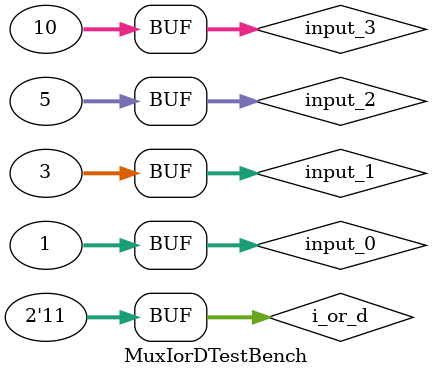
<source format=v>
`timescale 1ns/1ps
`include "MuxIorD.v"

module MuxIorDTestBench;
    reg [1:0] i_or_d;
    reg [31:0] input_0, input_1, input_2, input_3;
    wire [7:0] result;

    MuxIorD MuxIorD_ (
        i_or_d,
        input_0,
        input_1,
        input_2,
        input_3,
        result
    );

    initial begin
        $dumpfile("MuxIorD.vcd");
        $dumpvars(0, MuxIorDTestBench);

        input_0 = 32'd1;
        input_1 = 32'd3;
        input_2 = 32'd5;
        input_3 = 32'd7;

        i_or_d = 2'd0;
        #10;

        i_or_d = 2'd1;
        #10;

        i_or_d = 2'd2;
        #10;

        i_or_d = 2'd3;
        #10;

        input_3 = 32'd10;
        #10;

    end
endmodule
</source>
